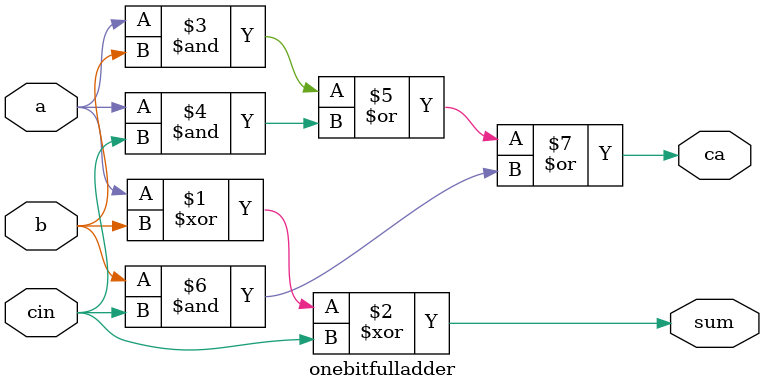
<source format=v>
module onebitfulladder (a,b,cin,sum,ca);
input a,b,cin;
output sum,ca;

assign sum = a ^ b ^ cin;
assign ca=(a & b) | (a & cin) | (b & cin);
endmodule
</source>
